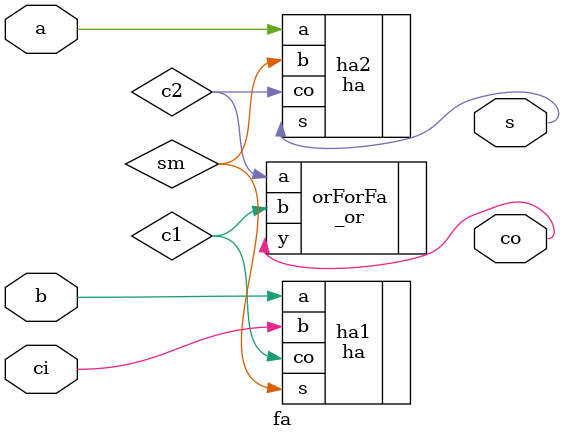
<source format=v>
module fa(a,b,ci,co,s); //Full Adder Module
	
	input a,b,ci; //set input
	output co,s; //set output
	
	wire c1,c2,sm; //for data transter
	
	ha ha1(.a(b),.b(ci),.co(c1),.s(sm));
	ha ha2(.a(a),.b(sm),.co(c2),.s(s));
	_or orForFa(.a(c2),.b(c1),.y(co));
	//Assign Full Adder by using Half Adder
	

endmodule

</source>
